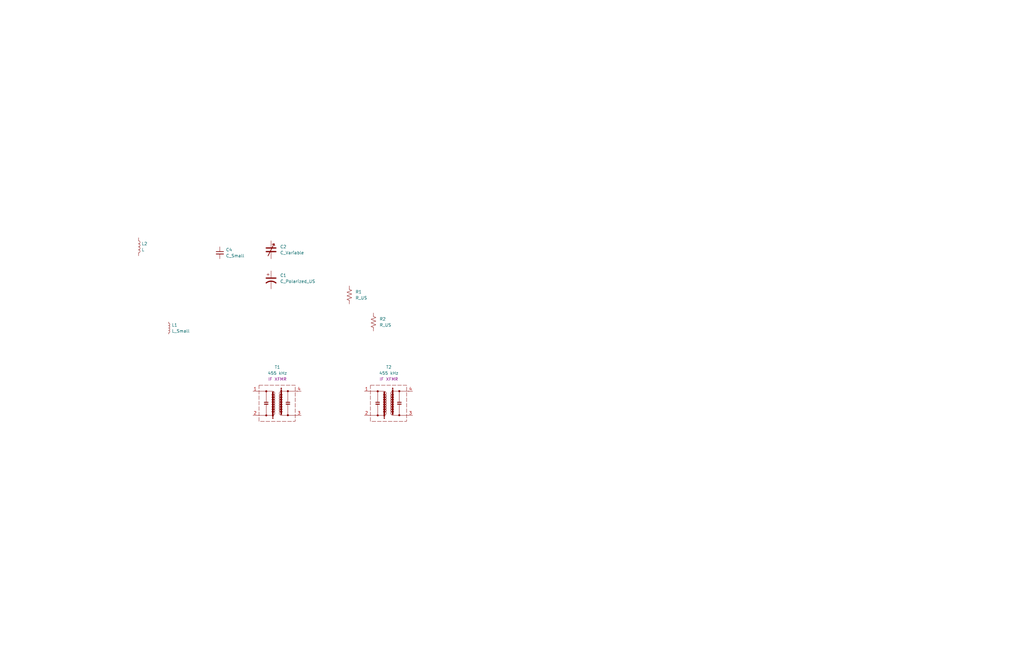
<source format=kicad_sch>
(kicad_sch (version 20231120) (generator "eeschema") (generator_version "8.0")
  (paper "B")
  (title_block (title "HALLICRAFTERS S-38C") (date "03 MAR 2025") (rev "A") (company "DRAWN BY: TJ JOHNSTON, K4TFJ") (comment 3 "CUSTOM TUBE SYMBOL LIBRARY") (comment 4 "ORIGINAL SCHEMATICS ACQUIRED FROM HOWARD W. SAMS SET #190 PAGE 34"))
  (lib_symbols
    (symbol "Device:C_Polarized_US" (pin_numbers hide) (pin_names (offset 0.254) hide)
      (property "Reference" "C" (at 0.635 2.54 0))
      (property "Value" "C_Polarized_US" (at 0.635 -2.54 0))
      (symbol "C_Polarized_US_0_1"
        (polyline (pts (xy -2.032 0.762) (xy 2.032 0.762)) (stroke (width 0.508)))
        (polyline (pts (xy -1.778 2.286) (xy -0.762 2.286)))
        (polyline (pts (xy -1.27 1.778) (xy -1.27 2.794)))
        (arc (start 2.032 -1.27) (mid 0 -0.5572) (end -2.032 -1.27) (stroke (width 0.508)))
      )
      (symbol "C_Polarized_US_1_1"
        (pin passive line (at 0 3.81 270) (length 2.794) (name "~") (number "1"))
        (pin passive line (at 0 -3.81 90) (length 3.302) (name "~") (number "2"))
      )
    )
    (symbol "Device:C_Small" (pin_numbers hide) (pin_names (offset 0.254) hide)
      (property "Reference" "C" (at 0.254 1.778 0))
      (property "Value" "C_Small" (at 0.254 -2.032 0))
      (symbol "C_Small_0_1"
        (polyline (pts (xy -1.524 -0.508) (xy 1.524 -0.508)) (stroke (width 0.3302)))
        (polyline (pts (xy -1.524 0.508) (xy 1.524 0.508)) (stroke (width 0.3048)))
      )
      (symbol "C_Small_1_1"
        (pin passive line (at 0 2.54 270) (length 2.032) (name "~") (number "1"))
        (pin passive line (at 0 -2.54 90) (length 2.032) (name "~") (number "2"))
      )
    )
    (symbol "Device:C_Variable" (pin_numbers hide) (pin_names (offset 0.254) hide)
      (property "Reference" "C" (at 0.635 -1.905 0))
      (property "Value" "C_Variable" (at 0.635 -3.81 0))
      (symbol "C_Variable_0_1"
        (polyline (pts (xy -2.032 -0.762) (xy 2.032 -0.762)) (stroke (width 0.508)))
        (polyline (pts (xy -2.032 0.762) (xy 2.032 0.762)) (stroke (width 0.508)))
        (polyline (pts (xy 1.27 2.54) (xy -1.27 -2.54)) (stroke (width 0.3048)))
        (polyline (pts (xy 1.27 2.54) (xy 0.508 2.286)) (stroke (width 0.3048)))
        (polyline (pts (xy 1.27 2.54) (xy 1.524 1.778)) (stroke (width 0.3048)))
      )
      (symbol "C_Variable_1_1"
        (pin passive line (at 0 3.81 270) (length 3.048) (name "~") (number "1"))
        (pin passive line (at 0 -3.81 90) (length 3.048) (name "~") (number "2"))
      )
    )
    (symbol "Device:L" (pin_numbers hide) (pin_names (offset 1.016) hide)
      (property "Reference" "L" (at -1.27 0 90))
      (property "Value" "L" (at 1.905 0 90))
      (symbol "L_0_1"
        (arc (start 0 -2.54) (mid 0.6323 -1.905) (end 0 -1.27))
        (arc (start 0 -1.27) (mid 0.6323 -0.635) (end 0 0))
        (arc (start 0 0) (mid 0.6323 0.635) (end 0 1.27))
        (arc (start 0 1.27) (mid 0.6323 1.905) (end 0 2.54))
      )
      (symbol "L_1_1"
        (pin passive line (at 0 3.81 270) (length 1.27) (name "1") (number "1"))
        (pin passive line (at 0 -3.81 90) (length 1.27) (name "2") (number "2"))
      )
    )
    (symbol "Device:L_Small" (pin_numbers hide) (pin_names (offset 0.254) hide)
      (property "Reference" "L" (at 0.762 1.016 0))
      (property "Value" "L_Small" (at 0.762 -1.016 0))
      (symbol "L_Small_0_1"
        (arc (start 0 -2.032) (mid 0.5058 -1.524) (end 0 -1.016))
        (arc (start 0 -1.016) (mid 0.5058 -0.508) (end 0 0))
        (arc (start 0 0) (mid 0.5058 0.508) (end 0 1.016))
        (arc (start 0 1.016) (mid 0.5058 1.524) (end 0 2.032))
      )
      (symbol "L_Small_1_1"
        (pin passive line (at 0 2.54 270) (length 0.508) (name "~") (number "1"))
        (pin passive line (at 0 -2.54 90) (length 0.508) (name "~") (number "2"))
      )
    )
    (symbol "Device:R_US" (pin_numbers hide) (pin_names (offset 0))
      (property "Reference" "R" (at 2.54 0 90))
      (property "Value" "R_US" (at -2.54 0 90))
      (symbol "R_US_0_1"
        (polyline (pts (xy 0 -2.286) (xy 0 -2.54)))
        (polyline (pts (xy 0 2.286) (xy 0 2.54)))
        (polyline (pts (xy 0 -0.762) (xy 1.016 -1.143) (xy 0 -1.524) (xy -1.016 -1.905) (xy 0 -2.286)))
        (polyline (pts (xy 0 0.762) (xy 1.016 0.381) (xy 0 0) (xy -1.016 -0.381) (xy 0 -0.762)))
        (polyline (pts (xy 0 2.286) (xy 1.016 1.905) (xy 0 1.524) (xy -1.016 1.143) (xy 0 0.762)))
      )
      (symbol "R_US_1_1"
        (pin passive line (at 0 3.81 270) (length 1.27) (name "~") (number "1"))
        (pin passive line (at 0 -3.81 90) (length 1.27) (name "~") (number "2"))
      )
    )
    (symbol "Vacuum_Tubes:IF_XFMR"
      (property "Reference" "T" (at 0 13.462 0))
      (property "Value" "455 kHz" (at -0.254 11.684 0))
      (property "Description" "IF XFMR" (at -0.254 9.652 0))
      (symbol "IF_XFMR_0_1"
        (polyline (pts (xy -4.572 -0.508) (xy -4.5702 -4.9838)))
        (polyline (pts (xy -4.5702 5.1762) (xy -4.572 0.508)))
        (polyline (pts (xy -3.8295 -0.3755) (xy -5.3535 -0.3755)) (stroke (width 0.381)))
        (polyline (pts (xy 3.8089 0.3874) (xy 5.3329 0.3874)) (stroke (width 0.381)))
        (polyline (pts (xy 4.5496 -5.1643) (xy 4.5514 -0.4961)))
        (polyline (pts (xy 4.5514 0.5199) (xy 4.5496 4.9957)))
      )
      (symbol "IF_XFMR_1_1"
        (rectangle (start -7.62 7.62) (end 7.62 -7.62) (stroke (width 0) (type dash)))
        (circle (center -4.5595 -5.11) (radius 0.3455) (fill (type outline)))
        (circle (center -4.5595 5.05) (radius 0.3455) (fill (type outline)))
        (arc (start -2.2519 -3.5581) (mid -2.0254 -3.7402) (end -1.7439 -3.8121))
        (arc (start -2.2519 -2.5401) (mid -2.0254 -2.7222) (end -1.7439 -2.7941))
        (arc (start -2.2519 -1.5201) (mid -2.0254 -1.7022) (end -1.7439 -1.7741))
        (arc (start -2.2519 -0.5021) (mid -2.0254 -0.6842) (end -1.7439 -0.7561))
        (arc (start -2.2519 0.5099) (mid -2.0254 0.3278) (end -1.7439 0.2559))
        (arc (start -2.2519 1.5279) (mid -2.0254 1.3458) (end -1.7439 1.2739))
        (arc (start -2.2519 2.5439) (mid -2.0254 2.3618) (end -1.7439 2.2899))
        (arc (start -2.2519 3.5619) (mid -2.0254 3.3798) (end -1.7439 3.3079))
        (rectangle (start -2.032 4.826) (end -1.524 -5.588) (fill (type outline)))
        (arc (start -1.744 -5.0782) (mid -1.1546 -4.7292) (end -0.9819 -4.0663))
        (arc (start -1.7439 -3.8121) (mid -1.2029 -3.5917) (end -0.9818 -3.05))
        (arc (start -1.7439 -3.8103) (mid -1.2065 -3.5868) (end -0.9819 -3.0483))
        (arc (start -1.7439 -3.3043) (mid -2.0255 -3.3762) (end -2.2519 -3.5583))
        (arc (start -1.7439 -2.7941) (mid -1.2022 -2.5738) (end -0.9818 -2.032))
        (arc (start -1.7439 -2.7903) (mid -1.2058 -2.567) (end -0.9819 -2.0283))
        (arc (start -1.7439 -2.2863) (mid -2.0255 -2.3582) (end -2.2519 -2.5403))
        (arc (start -1.7439 -1.7741) (mid -1.2015 -1.5539) (end -0.9818 -1.012))
        (arc (start -1.7439 -1.7723) (mid -1.2051 -1.5491) (end -0.9819 -1.0103))
        (arc (start -1.7439 -1.2663) (mid -2.0255 -1.3382) (end -2.2519 -1.5203))
        (arc (start -1.7439 -0.7603) (mid -1.2051 -0.5371) (end -0.9819 0.0017))
        (arc (start -1.7439 -0.7561) (mid -1.2019 -0.5361) (end -0.9818 0.006))
        (arc (start -1.7439 -0.2483) (mid -2.0255 -0.3202) (end -2.2519 -0.5023))
        (arc (start -1.7439 0.2559) (mid -1.2024 0.4765) (end -0.9818 1.018))
        (arc (start -1.7439 0.2577) (mid -1.2058 0.481) (end -0.9819 1.0197))
        (arc (start -1.7439 0.7637) (mid -2.0254 0.6918) (end -2.2519 0.5097))
        (arc (start -1.7439 1.2737) (mid -1.2058 1.497) (end -0.9819 2.0357))
        (arc (start -1.7439 1.2739) (mid -1.2015 1.4941) (end -0.9818 2.036))
        (arc (start -1.7439 1.7817) (mid -2.0255 1.7098) (end -2.2519 1.5277))
        (arc (start -1.7439 2.2899) (mid -1.2015 2.5101) (end -0.9818 3.052))
        (arc (start -1.7439 2.2917) (mid -1.2051 2.5149) (end -0.9819 3.0537))
        (arc (start -1.7439 2.7977) (mid -2.0255 2.7258) (end -2.2519 2.5437))
        (arc (start -1.7439 3.3079) (mid -1.2015 3.5278) (end -0.9818 4.07))
        (arc (start -1.7439 3.8157) (mid -2.0255 3.7438) (end -2.2519 3.5617))
        (arc (start -0.9818 -4.0664) (mid -1.2029 -3.5253) (end -1.7439 -3.3043))
        (arc (start -0.9819 -3.0501) (mid -1.2051 -2.5113) (end -1.7439 -2.2881))
        (arc (start -0.9818 -3.0484) (mid -1.2029 -2.5073) (end -1.7439 -2.2863))
        (arc (start -0.9819 -2.0321) (mid -1.2051 -1.4933) (end -1.7439 -1.2701))
        (arc (start -0.9818 -2.0284) (mid -1.2027 -1.4877) (end -1.7439 -1.2663))
        (arc (start -0.9819 -1.0121) (mid -1.2051 -0.4733) (end -1.7439 -0.2501))
        (arc (start -0.9818 -1.0104) (mid -1.2029 -0.4693) (end -1.7439 -0.2483))
        (arc (start -0.9818 0.0016) (mid -1.2024 0.5431) (end -1.7439 0.7637))
        (arc (start -0.9819 0.0059) (mid -1.2051 0.5447) (end -1.7439 0.7679))
        (arc (start -0.9819 1.0179) (mid -1.2051 1.5567) (end -1.7439 1.7799))
        (arc (start -0.9818 1.0196) (mid -1.2027 1.5603) (end -1.7439 1.7817))
        (arc (start -0.9818 2.0356) (mid -1.2029 2.5767) (end -1.7439 2.7977))
        (arc (start -0.9819 2.0359) (mid -1.2051 2.5747) (end -1.7439 2.7979))
        (arc (start -0.9819 3.0519) (mid -1.2051 3.5907) (end -1.7439 3.8139))
        (arc (start -0.9818 3.0536) (mid -1.2029 3.5947) (end -1.7439 3.8157))
        (arc (start -0.9819 4.0699) (mid -1.1526 4.7343) (end -1.744 5.0818))
        (polyline (pts (xy -5.3535 0.3865) (xy -3.8295 0.3865)) (stroke (width 0.381)))
        (polyline (pts (xy -1.778 -5.588) (xy -1.778 -6.096)))
        (polyline (pts (xy -1.778 -5.08) (xy -8.382 -5.08)))
        (polyline (pts (xy -1.778 5.08) (xy -8.382 5.08)))
        (polyline (pts (xy 1.7574 5.5999) (xy 1.7574 6.1079)))
        (polyline (pts (xy 1.778 -5.08) (xy 8.382 -5.08)))
        (polyline (pts (xy 1.778 5.08) (xy 8.636 5.08)))
        (polyline (pts (xy 5.3329 -0.3746) (xy 3.8089 -0.3746)) (stroke (width 0.381)))
        (polyline (pts (xy -2.032 -6.096) (xy -1.778 -6.604) (xy -1.524 -6.096) (xy -2.032 -6.096)) (fill (type outline)))
        (polyline (pts (xy 2.0114 6.1079) (xy 1.7574 6.6159) (xy 1.5034 6.1079) (xy 2.0114 6.1079)) (fill (type outline)))
        (arc (start 0.9613 -4.058) (mid 1.132 -4.7224) (end 1.7234 -5.0699))
        (arc (start 0.9612 -3.0417) (mid 1.1823 -3.5827) (end 1.7233 -3.8038))
        (arc (start 0.9613 -3.04) (mid 1.1845 -3.5788) (end 1.7233 -3.802))
        (arc (start 0.9613 -2.024) (mid 1.1845 -2.5628) (end 1.7233 -2.786))
        (arc (start 0.9612 -2.0237) (mid 1.1823 -2.5647) (end 1.7233 -2.7858))
        (arc (start 0.9612 -1.0077) (mid 1.1823 -1.5487) (end 1.7233 -1.7698))
        (arc (start 0.9613 -1.006) (mid 1.1845 -1.5448) (end 1.7233 -1.768))
        (arc (start 0.9613 0.006) (mid 1.1845 -0.5328) (end 1.7233 -0.756))
        (arc (start 0.9612 0.0103) (mid 1.1818 -0.5312) (end 1.7233 -0.7518))
        (arc (start 0.9612 1.0223) (mid 1.1823 0.4813) (end 1.7233 0.2602))
        (arc (start 0.9613 1.024) (mid 1.1845 0.4852) (end 1.7233 0.262))
        (arc (start 0.9612 2.0403) (mid 1.1823 1.4993) (end 1.7233 1.2782))
        (arc (start 0.9613 2.044) (mid 1.1845 1.5052) (end 1.7233 1.282))
        (arc (start 0.9612 3.0603) (mid 1.1823 2.5193) (end 1.7233 2.2982))
        (arc (start 0.9613 3.062) (mid 1.1845 2.5232) (end 1.7233 2.3))
        (arc (start 0.9612 4.0783) (mid 1.1823 3.5373) (end 1.7233 3.3162))
        (arc (start 1.7233 -3.8038) (mid 2.0049 -3.7319) (end 2.2313 -3.5498))
        (arc (start 1.7233 -3.296) (mid 1.181 -3.5158) (end 0.9612 -4.0581))
        (arc (start 1.7233 -2.7858) (mid 2.0049 -2.7139) (end 2.2313 -2.5318))
        (arc (start 1.7233 -2.2798) (mid 1.1845 -2.503) (end 0.9613 -3.0418))
        (arc (start 1.7233 -2.278) (mid 1.1811 -2.4979) (end 0.9612 -3.0401))
        (arc (start 1.7233 -1.7698) (mid 2.0049 -1.6979) (end 2.2313 -1.5158))
        (arc (start 1.7233 -1.262) (mid 1.1811 -1.4819) (end 0.9612 -2.0241))
        (arc (start 1.7233 -1.2618) (mid 1.1849 -1.4854) (end 0.9613 -2.0238))
        (arc (start 1.7233 -0.7518) (mid 2.0048 -0.6799) (end 2.2313 -0.4978))
        (arc (start 1.7233 -0.2458) (mid 1.1849 -0.4694) (end 0.9613 -1.0078))
        (arc (start 1.7233 -0.244) (mid 1.1818 -0.4646) (end 0.9612 -1.0061))
        (arc (start 1.7233 0.2602) (mid 2.0049 0.3321) (end 2.2313 0.5142))
        (arc (start 1.7233 0.768) (mid 1.1813 0.5479) (end 0.9612 0.0059))
        (arc (start 1.7233 0.7722) (mid 1.1845 0.549) (end 0.9613 0.0102))
        (arc (start 1.7233 1.2782) (mid 2.0049 1.3501) (end 2.2313 1.5322))
        (arc (start 1.7233 1.7842) (mid 1.1845 1.561) (end 0.9613 1.0222))
        (arc (start 1.7233 1.786) (mid 1.1811 1.5661) (end 0.9612 1.0239))
        (arc (start 1.7233 2.2982) (mid 2.0049 2.3701) (end 2.2313 2.5522))
        (arc (start 1.7233 2.8022) (mid 1.1849 2.5786) (end 0.9613 2.0402))
        (arc (start 1.7233 2.806) (mid 1.1816 2.5856) (end 0.9612 2.0439))
        (arc (start 1.7233 3.3162) (mid 2.0049 3.3881) (end 2.2313 3.5702))
        (arc (start 1.7233 3.8222) (mid 1.1854 3.5981) (end 0.9613 3.0602))
        (arc (start 1.7233 3.824) (mid 1.182 3.6032) (end 0.9612 3.0619))
        (arc (start 1.7234 5.0901) (mid 1.134 4.7411) (end 0.9613 4.0782))
        (rectangle (start 2.0114 -4.8141) (end 1.5034 5.5999) (fill (type outline)))
        (arc (start 2.2313 -3.55) (mid 2.0048 -3.3679) (end 1.7233 -3.296))
        (arc (start 2.2313 -2.532) (mid 2.0048 -2.3499) (end 1.7233 -2.278))
        (arc (start 2.2313 -1.516) (mid 2.0048 -1.3339) (end 1.7233 -1.262))
        (arc (start 2.2313 -0.498) (mid 2.0048 -0.3159) (end 1.7233 -0.244))
        (arc (start 2.2313 0.514) (mid 2.0048 0.6961) (end 1.7233 0.768))
        (arc (start 2.2313 1.532) (mid 2.0048 1.7141) (end 1.7233 1.786))
        (arc (start 2.2313 2.552) (mid 2.0048 2.7341) (end 1.7233 2.806))
        (arc (start 2.2313 3.57) (mid 2.0048 3.7521) (end 1.7233 3.824))
        (circle (center 4.5389 -5.0381) (radius 0.3455) (fill (type outline)))
        (circle (center 4.5389 5.1219) (radius 0.3455) (fill (type outline)))
        (pin passive line (at -10.16 5.08 0) (length 1.778) (name "") (number "1"))
        (pin passive line (at -10.16 -5.08 0) (length 1.778) (name "") (number "2"))
        (pin passive line (at 10.16 -5.08 180) (length 1.778) (name "") (number "3"))
        (pin passive line (at 10.16 5.08 180) (length 1.778) (name "") (number "4"))
      )
    )
    (symbol "Vintage_Radio_Transformers_Coils:IF_XFMR"
      (property "Reference" "T" (at 0 13.462 0))
      (property "Value" "455 kHz" (at -0.254 11.684 0))
      (property "Description" "IF XFMR" (at -0.254 9.652 0))
      (symbol "IF_XFMR_0_1"
        (polyline (pts (xy -4.572 -0.508) (xy -4.5702 -4.9838)))
        (polyline (pts (xy -4.5702 5.1762) (xy -4.572 0.508)))
        (polyline (pts (xy -3.8295 -0.3755) (xy -5.3535 -0.3755)) (stroke (width 0.381)))
        (polyline (pts (xy 3.8089 0.3874) (xy 5.3329 0.3874)) (stroke (width 0.381)))
        (polyline (pts (xy 4.5496 -5.1643) (xy 4.5514 -0.4961)))
        (polyline (pts (xy 4.5514 0.5199) (xy 4.5496 4.9957)))
      )
      (symbol "IF_XFMR_1_1"
        (rectangle (start -7.62 7.62) (end 7.62 -7.62) (stroke (width 0) (type dash)))
        (circle (center -4.5595 -5.11) (radius 0.3455) (fill (type outline)))
        (circle (center -4.5595 5.05) (radius 0.3455) (fill (type outline)))
        (arc (start -2.2519 -3.5581) (mid -2.0254 -3.7402) (end -1.7439 -3.8121))
        (arc (start -2.2519 -2.5401) (mid -2.0254 -2.7222) (end -1.7439 -2.7941))
        (arc (start -2.2519 -1.5201) (mid -2.0254 -1.7022) (end -1.7439 -1.7741))
        (arc (start -2.2519 -0.5021) (mid -2.0254 -0.6842) (end -1.7439 -0.7561))
        (arc (start -2.2519 0.5099) (mid -2.0254 0.3278) (end -1.7439 0.2559))
        (arc (start -2.2519 1.5279) (mid -2.0254 1.3458) (end -1.7439 1.2739))
        (arc (start -2.2519 2.5439) (mid -2.0254 2.3618) (end -1.7439 2.2899))
        (arc (start -2.2519 3.5619) (mid -2.0254 3.3798) (end -1.7439 3.3079))
        (rectangle (start -2.032 4.826) (end -1.524 -5.588) (fill (type outline)))
        (arc (start -1.744 -5.0782) (mid -1.1546 -4.7292) (end -0.9819 -4.0663))
        (arc (start -1.7439 -3.8121) (mid -1.2029 -3.5917) (end -0.9818 -3.05))
        (arc (start -1.7439 -3.8103) (mid -1.2065 -3.5868) (end -0.9819 -3.0483))
        (arc (start -1.7439 -3.3043) (mid -2.0255 -3.3762) (end -2.2519 -3.5583))
        (arc (start -1.7439 -2.7941) (mid -1.2022 -2.5738) (end -0.9818 -2.032))
        (arc (start -1.7439 -2.7903) (mid -1.2058 -2.567) (end -0.9819 -2.0283))
        (arc (start -1.7439 -2.2863) (mid -2.0255 -2.3582) (end -2.2519 -2.5403))
        (arc (start -1.7439 -1.7741) (mid -1.2015 -1.5539) (end -0.9818 -1.012))
        (arc (start -1.7439 -1.7723) (mid -1.2051 -1.5491) (end -0.9819 -1.0103))
        (arc (start -1.7439 -1.2663) (mid -2.0255 -1.3382) (end -2.2519 -1.5203))
        (arc (start -1.7439 -0.7603) (mid -1.2051 -0.5371) (end -0.9819 0.0017))
        (arc (start -1.7439 -0.7561) (mid -1.2019 -0.5361) (end -0.9818 0.006))
        (arc (start -1.7439 -0.2483) (mid -2.0255 -0.3202) (end -2.2519 -0.5023))
        (arc (start -1.7439 0.2559) (mid -1.2024 0.4765) (end -0.9818 1.018))
        (arc (start -1.7439 0.2577) (mid -1.2058 0.481) (end -0.9819 1.0197))
        (arc (start -1.7439 0.7637) (mid -2.0254 0.6918) (end -2.2519 0.5097))
        (arc (start -1.7439 1.2737) (mid -1.2058 1.497) (end -0.9819 2.0357))
        (arc (start -1.7439 1.2739) (mid -1.2015 1.4941) (end -0.9818 2.036))
        (arc (start -1.7439 1.7817) (mid -2.0255 1.7098) (end -2.2519 1.5277))
        (arc (start -1.7439 2.2899) (mid -1.2015 2.5101) (end -0.9818 3.052))
        (arc (start -1.7439 2.2917) (mid -1.2051 2.5149) (end -0.9819 3.0537))
        (arc (start -1.7439 2.7977) (mid -2.0255 2.7258) (end -2.2519 2.5437))
        (arc (start -1.7439 3.3079) (mid -1.2015 3.5278) (end -0.9818 4.07))
        (arc (start -1.7439 3.8157) (mid -2.0255 3.7438) (end -2.2519 3.5617))
        (arc (start -0.9818 -4.0664) (mid -1.2029 -3.5253) (end -1.7439 -3.3043))
        (arc (start -0.9819 -3.0501) (mid -1.2051 -2.5113) (end -1.7439 -2.2881))
        (arc (start -0.9818 -3.0484) (mid -1.2029 -2.5073) (end -1.7439 -2.2863))
        (arc (start -0.9819 -2.0321) (mid -1.2051 -1.4933) (end -1.7439 -1.2701))
        (arc (start -0.9818 -2.0284) (mid -1.2027 -1.4877) (end -1.7439 -1.2663))
        (arc (start -0.9819 -1.0121) (mid -1.2051 -0.4733) (end -1.7439 -0.2501))
        (arc (start -0.9818 -1.0104) (mid -1.2029 -0.4693) (end -1.7439 -0.2483))
        (arc (start -0.9818 0.0016) (mid -1.2024 0.5431) (end -1.7439 0.7637))
        (arc (start -0.9819 0.0059) (mid -1.2051 0.5447) (end -1.7439 0.7679))
        (arc (start -0.9819 1.0179) (mid -1.2051 1.5567) (end -1.7439 1.7799))
        (arc (start -0.9818 1.0196) (mid -1.2027 1.5603) (end -1.7439 1.7817))
        (arc (start -0.9818 2.0356) (mid -1.2029 2.5767) (end -1.7439 2.7977))
        (arc (start -0.9819 2.0359) (mid -1.2051 2.5747) (end -1.7439 2.7979))
        (arc (start -0.9819 3.0519) (mid -1.2051 3.5907) (end -1.7439 3.8139))
        (arc (start -0.9818 3.0536) (mid -1.2029 3.5947) (end -1.7439 3.8157))
        (arc (start -0.9819 4.0699) (mid -1.1526 4.7343) (end -1.744 5.0818))
        (polyline (pts (xy -5.3535 0.3865) (xy -3.8295 0.3865)) (stroke (width 0.381)))
        (polyline (pts (xy -1.778 -5.588) (xy -1.778 -6.096)))
        (polyline (pts (xy -1.778 -5.08) (xy -8.382 -5.08)))
        (polyline (pts (xy -1.778 5.08) (xy -8.382 5.08)))
        (polyline (pts (xy 1.7574 5.5999) (xy 1.7574 6.1079)))
        (polyline (pts (xy 1.778 -5.08) (xy 8.382 -5.08)))
        (polyline (pts (xy 1.778 5.08) (xy 8.636 5.08)))
        (polyline (pts (xy 5.3329 -0.3746) (xy 3.8089 -0.3746)) (stroke (width 0.381)))
        (polyline (pts (xy -2.032 -6.096) (xy -1.778 -6.604) (xy -1.524 -6.096) (xy -2.032 -6.096)) (fill (type outline)))
        (polyline (pts (xy 2.0114 6.1079) (xy 1.7574 6.6159) (xy 1.5034 6.1079) (xy 2.0114 6.1079)) (fill (type outline)))
        (arc (start 0.9613 -4.058) (mid 1.132 -4.7224) (end 1.7234 -5.0699))
        (arc (start 0.9612 -3.0417) (mid 1.1823 -3.5827) (end 1.7233 -3.8038))
        (arc (start 0.9613 -3.04) (mid 1.1845 -3.5788) (end 1.7233 -3.802))
        (arc (start 0.9613 -2.024) (mid 1.1845 -2.5628) (end 1.7233 -2.786))
        (arc (start 0.9612 -2.0237) (mid 1.1823 -2.5647) (end 1.7233 -2.7858))
        (arc (start 0.9612 -1.0077) (mid 1.1823 -1.5487) (end 1.7233 -1.7698))
        (arc (start 0.9613 -1.006) (mid 1.1845 -1.5448) (end 1.7233 -1.768))
        (arc (start 0.9613 0.006) (mid 1.1845 -0.5328) (end 1.7233 -0.756))
        (arc (start 0.9612 0.0103) (mid 1.1818 -0.5312) (end 1.7233 -0.7518))
        (arc (start 0.9612 1.0223) (mid 1.1823 0.4813) (end 1.7233 0.2602))
        (arc (start 0.9613 1.024) (mid 1.1845 0.4852) (end 1.7233 0.262))
        (arc (start 0.9612 2.0403) (mid 1.1823 1.4993) (end 1.7233 1.2782))
        (arc (start 0.9613 2.044) (mid 1.1845 1.5052) (end 1.7233 1.282))
        (arc (start 0.9612 3.0603) (mid 1.1823 2.5193) (end 1.7233 2.2982))
        (arc (start 0.9613 3.062) (mid 1.1845 2.5232) (end 1.7233 2.3))
        (arc (start 0.9612 4.0783) (mid 1.1823 3.5373) (end 1.7233 3.3162))
        (arc (start 1.7233 -3.8038) (mid 2.0049 -3.7319) (end 2.2313 -3.5498))
        (arc (start 1.7233 -3.296) (mid 1.181 -3.5158) (end 0.9612 -4.0581))
        (arc (start 1.7233 -2.7858) (mid 2.0049 -2.7139) (end 2.2313 -2.5318))
        (arc (start 1.7233 -2.2798) (mid 1.1845 -2.503) (end 0.9613 -3.0418))
        (arc (start 1.7233 -2.278) (mid 1.1811 -2.4979) (end 0.9612 -3.0401))
        (arc (start 1.7233 -1.7698) (mid 2.0049 -1.6979) (end 2.2313 -1.5158))
        (arc (start 1.7233 -1.262) (mid 1.1811 -1.4819) (end 0.9612 -2.0241))
        (arc (start 1.7233 -1.2618) (mid 1.1849 -1.4854) (end 0.9613 -2.0238))
        (arc (start 1.7233 -0.7518) (mid 2.0048 -0.6799) (end 2.2313 -0.4978))
        (arc (start 1.7233 -0.2458) (mid 1.1849 -0.4694) (end 0.9613 -1.0078))
        (arc (start 1.7233 -0.244) (mid 1.1818 -0.4646) (end 0.9612 -1.0061))
        (arc (start 1.7233 0.2602) (mid 2.0049 0.3321) (end 2.2313 0.5142))
        (arc (start 1.7233 0.768) (mid 1.1813 0.5479) (end 0.9612 0.0059))
        (arc (start 1.7233 0.7722) (mid 1.1845 0.549) (end 0.9613 0.0102))
        (arc (start 1.7233 1.2782) (mid 2.0049 1.3501) (end 2.2313 1.5322))
        (arc (start 1.7233 1.7842) (mid 1.1845 1.561) (end 0.9613 1.0222))
        (arc (start 1.7233 1.786) (mid 1.1811 1.5661) (end 0.9612 1.0239))
        (arc (start 1.7233 2.2982) (mid 2.0049 2.3701) (end 2.2313 2.5522))
        (arc (start 1.7233 2.8022) (mid 1.1849 2.5786) (end 0.9613 2.0402))
        (arc (start 1.7233 2.806) (mid 1.1816 2.5856) (end 0.9612 2.0439))
        (arc (start 1.7233 3.3162) (mid 2.0049 3.3881) (end 2.2313 3.5702))
        (arc (start 1.7233 3.8222) (mid 1.1854 3.5981) (end 0.9613 3.0602))
        (arc (start 1.7233 3.824) (mid 1.182 3.6032) (end 0.9612 3.0619))
        (arc (start 1.7234 5.0901) (mid 1.134 4.7411) (end 0.9613 4.0782))
        (rectangle (start 2.0114 -4.8141) (end 1.5034 5.5999) (fill (type outline)))
        (arc (start 2.2313 -3.55) (mid 2.0048 -3.3679) (end 1.7233 -3.296))
        (arc (start 2.2313 -2.532) (mid 2.0048 -2.3499) (end 1.7233 -2.278))
        (arc (start 2.2313 -1.516) (mid 2.0048 -1.3339) (end 1.7233 -1.262))
        (arc (start 2.2313 -0.498) (mid 2.0048 -0.3159) (end 1.7233 -0.244))
        (arc (start 2.2313 0.514) (mid 2.0048 0.6961) (end 1.7233 0.768))
        (arc (start 2.2313 1.532) (mid 2.0048 1.7141) (end 1.7233 1.786))
        (arc (start 2.2313 2.552) (mid 2.0048 2.7341) (end 1.7233 2.806))
        (arc (start 2.2313 3.57) (mid 2.0048 3.7521) (end 1.7233 3.824))
        (circle (center 4.5389 -5.0381) (radius 0.3455) (fill (type outline)))
        (circle (center 4.5389 5.1219) (radius 0.3455) (fill (type outline)))
        (pin passive line (at -10.16 5.08 0) (length 1.778) (name "") (number "1"))
        (pin passive line (at -10.16 -5.08 0) (length 1.778) (name "") (number "2"))
        (pin passive line (at 10.16 -5.08 180) (length 1.778) (name "") (number "3"))
        (pin passive line (at 10.16 5.08 180) (length 1.778) (name "") (number "4"))
      )
    )
  )
  (symbol (lib_id "Vintage_Radio_Transformers_Coils:IF_XFMR") (at 163.83 170.18 0) (unit 1)
    (property "Reference" "T2" (at 163.957 154.94 0))
    (property "Value" "455 kHz" (at 163.957 157.48 0))
    (property "Datasheet" "Merit-Coil-and-Transformer-Catalog-1966-1" (effects (hide yes)))
    (property "Description" "IF XFMR" (at 163.957 160.02 0))
  )
  (symbol (lib_id "Device:C_Polarized_US") (at 114.3 118.11 0) (unit 1)
    (property "Reference" "C1" (at 118.11 116.2049 0) (effects (justify left)))
    (property "Value" "C_Polarized_US" (at 118.11 118.7449 0) (effects (justify left)))
    (property "Description" "Polarized capacitor, US symbol" (effects (hide yes)))
  )
  (symbol (lib_id "Device:L") (at 58.42 104.14 0) (unit 1)
    (property "Reference" "L2" (at 59.69 102.8699 0) (effects (justify left)))
    (property "Value" "L" (at 59.69 105.4099 0) (effects (justify left)))
    (property "Description" "Inductor" (effects (hide yes)))
  )
  (symbol (lib_id "Device:L_Small") (at 71.12 138.43 0) (unit 1)
    (property "Reference" "L1" (at 72.39 137.1599 0) (effects (justify left)))
    (property "Value" "L_Small" (at 72.39 139.6999 0) (effects (justify left)))
    (property "Description" "Inductor, small symbol" (effects (hide yes)))
  )
  (symbol (lib_id "Device:C_Small") (at 92.71 106.68 0) (unit 1)
    (property "Reference" "C4" (at 95.25 105.4162 0) (effects (justify left)))
    (property "Value" "C_Small" (at 95.25 107.9562 0) (effects (justify left)))
    (property "Description" "Unpolarized capacitor, small symbol" (effects (hide yes)))
  )
  (symbol (lib_id "Device:R_US") (at 157.48 135.89 0) (unit 1)
    (property "Reference" "R2" (at 160.02 134.6199 0) (effects (justify left)))
    (property "Value" "R_US" (at 160.02 137.1599 0) (effects (justify left)))
    (property "Description" "Resistor, US symbol" (effects (hide yes)))
  )
  (symbol (lib_id "Vacuum_Tubes:IF_XFMR") (at 116.84 170.18 0) (unit 1)
    (property "Reference" "T1" (at 116.967 154.94 0))
    (property "Value" "455 kHz" (at 116.967 157.48 0))
    (property "Datasheet" "Merit-Coil-and-Transformer-Catalog-1966-1" (effects (hide yes)))
    (property "Description" "IF XFMR" (at 116.967 160.02 0))
  )
  (symbol (lib_id "Device:R_US") (at 147.32 124.46 0) (unit 1)
    (property "Reference" "R1" (at 149.86 123.1899 0) (effects (justify left)))
    (property "Value" "R_US" (at 149.86 125.7299 0) (effects (justify left)))
    (property "Description" "Resistor, US symbol" (effects (hide yes)))
  )
  (symbol (lib_id "Device:C_Variable") (at 114.3 105.41 0) (unit 1)
    (property "Reference" "C2" (at 118.11 104.1399 0) (effects (justify left)))
    (property "Value" "C_Variable" (at 118.11 106.6799 0) (effects (justify left)))
    (property "Description" "Variable capacitor" (effects (hide yes)))
  )
)
</source>
